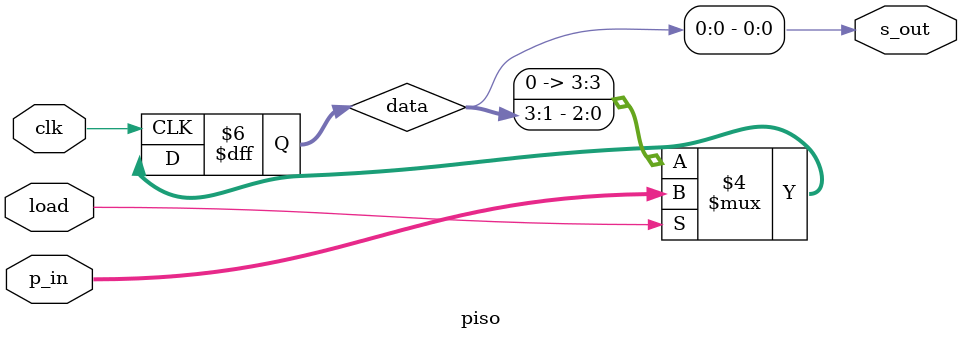
<source format=v>
module piso (clk,load,p_in,s_out);
input clk,load;
input [3:0]p_in;
output s_out;

reg [3:0]data;
always @ (posedge clk)
begin
if(load)
	begin
	data<= p_in ;
	end
else
	begin
	data<= data >> 1 ; 
	end
end
assign s_out=data[0]; // // LSB out first
endmodule 
</source>
